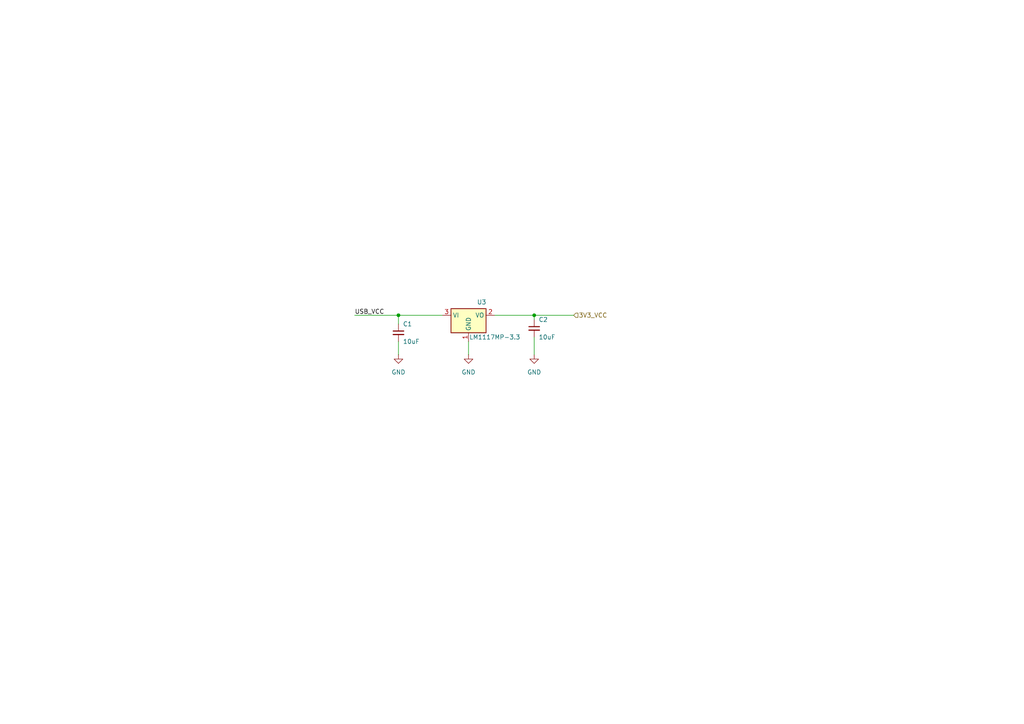
<source format=kicad_sch>
(kicad_sch (version 20250114) (generator "eeschema") (generator_version "9.0")
  (paper "A4")
  (lib_symbols
    (symbol "Device:C_Small" (pin_numbers (hide yes)) (pin_names (offset 0.254) (hide yes))
      (property "Reference" "C" (at 0.254 1.778 0))
      (property "Value" "C_Small" (at 0.254 -2.032 0))
      (symbol "C_Small_0_1"
        (polyline (pts (xy -1.524 0.508) (xy 1.524 0.508)) (stroke (width 0.3048)))
        (polyline (pts (xy -1.524 -0.508) (xy 1.524 -0.508)) (stroke (width 0.3302)))
      )
      (symbol "C_Small_1_1"
        (pin passive line (at 0 2.54 270) (length 2.032) (name "~") (number "1"))
        (pin passive line (at 0 -2.54 90) (length 2.032) (name "~") (number "2"))
      )
    )
    (symbol "Regulator_Linear:LM1117MP-3.3"
      (property "Reference" "U" (at -3.81 3.175 0))
      (property "Value" "LM1117MP-3.3" (at 0 3.175 0))
      (symbol "LM1117MP-3.3_0_1"
        (rectangle (start -5.08 -5.08) (end 5.08 1.905) (stroke (width 0.254)) (fill (type background)))
      )
      (symbol "LM1117MP-3.3_1_1"
        (pin power_in line (at -7.62 0 0) (length 2.54) (name "VI") (number "3"))
        (pin power_in line (at 0 -7.62 90) (length 2.54) (name "GND") (number "1"))
        (pin power_out line (at 7.62 0 180) (length 2.54) (name "VO") (number "2"))
      )
    )
    (symbol "power:GND" (power) (pin_numbers (hide yes)) (pin_names (offset 0) (hide yes))
      (property "Value" "GND" (at 0 -3.81 0))
      (symbol "GND_0_1"
        (polyline (pts (xy 0 0) (xy 0 -1.27) (xy 1.27 -1.27) (xy 0 -2.54) (xy -1.27 -1.27) (xy 0 -1.27)))
      )
      (symbol "GND_1_1"
        (pin power_in line (at 0 0 270) (length 0) (name "~") (number "1"))
      )
    )
  )
  (junction (at 154.94 91.44))
  (junction (at 115.57 91.44))
  (wire (pts (xy 154.94 91.44) (xy 154.94 92.71)))
  (wire (pts (xy 115.57 99.06) (xy 115.57 102.87)))
  (wire (pts (xy 135.89 99.06) (xy 135.89 102.87)))
  (wire (pts (xy 154.94 97.79) (xy 154.94 102.87)))
  (wire (pts (xy 143.51 91.44) (xy 154.94 91.44)))
  (wire (pts (xy 115.57 91.44) (xy 115.57 93.98)))
  (wire (pts (xy 128.27 91.44) (xy 115.57 91.44)))
  (wire (pts (xy 154.94 91.44) (xy 166.37 91.44)))
  (wire (pts (xy 102.87 91.44) (xy 115.57 91.44)))
  (label "USB_VCC" (at 102.87 91.44 0))
  (hierarchical_label "3V3_VCC" (shape input) (at 166.37 91.44 0))
  (symbol (lib_id "Regulator_Linear:LM1117MP-3.3") (at 135.89 91.44 0) (unit 1)
    (property "Reference" "U3" (at 139.7 87.63 0))
    (property "Value" "LM1117MP-3.3" (at 143.51 97.79 0))
    (property "Footprint" "Package_TO_SOT_SMD:SOT-223-3_TabPin2" (effects (hide yes)))
    (property "Datasheet" "http://www.ti.com/lit/ds/symlink/lm1117.pdf" (effects (hide yes)))
    (property "Description" "800mA Low-Dropout Linear Regulator, 3.3V fixed output, SOT-223" (effects (hide yes)))
  )
  (symbol (lib_id "Device:C_Small") (at 154.94 95.25 0) (unit 1)
    (property "Reference" "C2" (at 156.21 92.71 0) (effects (justify left)))
    (property "Value" "10uF" (at 156.21 97.79 0) (effects (justify left)))
    (property "Footprint" "Capacitor_SMD:C_0603_1608Metric_Pad1.08x0.95mm_HandSolder" (effects (hide yes)))
    (property "Description" "Unpolarized capacitor, small symbol" (effects (hide yes)))
  )
  (symbol (lib_id "Device:C_Small") (at 115.57 96.52 0) (unit 1)
    (property "Reference" "C1" (at 116.84 93.98 0) (effects (justify left)))
    (property "Value" "10uF" (at 116.84 99.06 0) (effects (justify left)))
    (property "Footprint" "Capacitor_SMD:C_0603_1608Metric_Pad1.08x0.95mm_HandSolder" (effects (hide yes)))
    (property "Description" "Unpolarized capacitor, small symbol" (effects (hide yes)))
  )
  (symbol (lib_id "power:GND") (at 115.57 102.87 0) (unit 1)
    (property "Reference" "#PWR02" (effects (hide yes)))
    (property "Value" "GND" (at 115.57 107.95 0))
    (property "Description" "Power symbol creates a global label with name \"GND\" , ground" (effects (hide yes)))
  )
  (symbol (lib_id "power:GND") (at 154.94 102.87 0) (unit 1)
    (property "Reference" "#PWR03" (effects (hide yes)))
    (property "Value" "GND" (at 154.94 107.95 0))
    (property "Description" "Power symbol creates a global label with name \"GND\" , ground" (effects (hide yes)))
  )
  (symbol (lib_id "power:GND") (at 135.89 102.87 0) (unit 1)
    (property "Reference" "#PWR01" (effects (hide yes)))
    (property "Value" "GND" (at 135.89 107.95 0))
    (property "Description" "Power symbol creates a global label with name \"GND\" , ground" (effects (hide yes)))
  )
)
</source>
